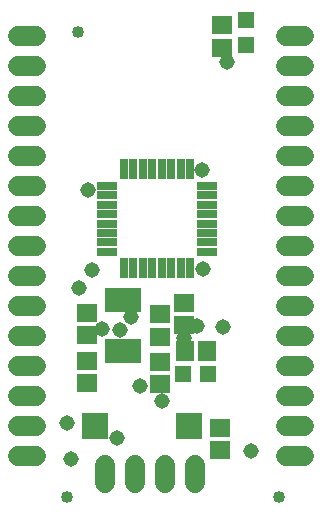
<source format=gbr>
G04 EAGLE Gerber X2 export*
%TF.Part,Single*%
%TF.FileFunction,Soldermask,Top,1*%
%TF.FilePolarity,Positive*%
%TF.GenerationSoftware,Autodesk,EAGLE,9.6.2*%
%TF.CreationDate,2022-05-02T11:32:10Z*%
G75*
%MOMM*%
%FSLAX46Y46*%
%LPD*%
%INSoldermask Top*%
%AMOC8*
5,1,8,0,0,1.08239X$1,22.5*%
G01*
%ADD10R,1.703200X1.503200*%
%ADD11R,1.503200X1.703200*%
%ADD12C,1.727200*%
%ADD13R,1.403200X1.403200*%
%ADD14R,2.203200X2.203200*%
%ADD15R,0.753200X1.703200*%
%ADD16R,1.703200X0.753200*%
%ADD17R,3.153200X2.153200*%
%ADD18C,1.016000*%
%ADD19C,1.309600*%


D10*
X27311400Y7656700D03*
X27311400Y5756700D03*
D11*
X26251400Y14106700D03*
X24351400Y14106700D03*
D10*
X16081400Y17366700D03*
X16081400Y15466700D03*
X22271400Y15346700D03*
X22271400Y17246700D03*
X24341400Y18216700D03*
X24341400Y16316700D03*
D12*
X25261400Y4448700D02*
X25261400Y2924700D01*
X22721400Y2924700D02*
X22721400Y4448700D01*
X20181400Y4448700D02*
X20181400Y2924700D01*
X17641400Y2924700D02*
X17641400Y4448700D01*
X32970200Y40844800D02*
X34494200Y40844800D01*
X34494200Y38304800D02*
X32970200Y38304800D01*
X32970200Y35764800D02*
X34494200Y35764800D01*
X34494200Y33224800D02*
X32970200Y33224800D01*
X32970200Y30684800D02*
X34494200Y30684800D01*
X34494200Y28144800D02*
X32970200Y28144800D01*
X32970200Y25604800D02*
X34494200Y25604800D01*
X34494200Y23064800D02*
X32970200Y23064800D01*
X32970200Y20524800D02*
X34494200Y20524800D01*
X34494200Y17984800D02*
X32970200Y17984800D01*
X32970200Y15444800D02*
X34494200Y15444800D01*
X34494200Y12904800D02*
X32970200Y12904800D01*
X32970200Y10364800D02*
X34494200Y10364800D01*
X34494200Y7824800D02*
X32970200Y7824800D01*
X32970200Y5284800D02*
X34494200Y5284800D01*
X11760200Y40843200D02*
X10236200Y40843200D01*
X10236200Y38303200D02*
X11760200Y38303200D01*
X11760200Y35763200D02*
X10236200Y35763200D01*
X10236200Y33223200D02*
X11760200Y33223200D01*
X11760200Y30683200D02*
X10236200Y30683200D01*
X10236200Y28143200D02*
X11760200Y28143200D01*
X11760200Y25603200D02*
X10236200Y25603200D01*
X10236200Y23063200D02*
X11760200Y23063200D01*
X11760200Y20523200D02*
X10236200Y20523200D01*
X10236200Y17983200D02*
X11760200Y17983200D01*
X11760200Y15443200D02*
X10236200Y15443200D01*
X10236200Y12903200D02*
X11760200Y12903200D01*
X11760200Y10363200D02*
X10236200Y10363200D01*
X10236200Y7823200D02*
X11760200Y7823200D01*
X11760200Y5283200D02*
X10236200Y5283200D01*
D13*
X24241400Y12216700D03*
X26341400Y12216700D03*
X29571400Y40036700D03*
X29571400Y42136700D03*
D10*
X16091400Y13316700D03*
X16091400Y11416700D03*
X27511400Y39826700D03*
X27511400Y41726700D03*
X22231400Y11316700D03*
X22231400Y13216700D03*
D14*
X16731400Y7816700D03*
X24731400Y7816700D03*
D15*
X19211400Y21126700D03*
X20011400Y21126700D03*
X20811400Y21126700D03*
X21611400Y21126700D03*
X22411400Y21126700D03*
X23211400Y21126700D03*
X24011400Y21126700D03*
X24811400Y21126700D03*
D16*
X26211400Y22526700D03*
X26211400Y23326700D03*
X26211400Y24126700D03*
X26211400Y24926700D03*
X26211400Y25726700D03*
X26211400Y26526700D03*
X26211400Y27326700D03*
X26211400Y28126700D03*
D15*
X24811400Y29526700D03*
X24011400Y29526700D03*
X23211400Y29526700D03*
X22411400Y29526700D03*
X21611400Y29526700D03*
X20811400Y29526700D03*
X20011400Y29526700D03*
X19211400Y29526700D03*
D16*
X17811400Y28126700D03*
X17811400Y27326700D03*
X17811400Y26526700D03*
X17811400Y25726700D03*
X17811400Y24926700D03*
X17811400Y24126700D03*
X17811400Y23326700D03*
X17811400Y22526700D03*
D17*
X19101400Y18426700D03*
X19101400Y14126700D03*
D18*
X14400000Y1810000D03*
X32330000Y1800000D03*
X15320000Y41150000D03*
D19*
X29988200Y5666700D03*
X27921400Y38646700D03*
X17371400Y16004900D03*
X24341400Y15196700D03*
X25369200Y16236700D03*
X27593600Y16176700D03*
X25851400Y29446700D03*
X20561400Y11166700D03*
X22414309Y9899609D03*
X14373975Y8066700D03*
X19811400Y16996700D03*
X16492975Y20987075D03*
X18871400Y15936700D03*
X15381400Y19474700D03*
X16170772Y27776072D03*
X18601400Y6796700D03*
X25931400Y21116700D03*
X14761400Y5006700D03*
M02*

</source>
